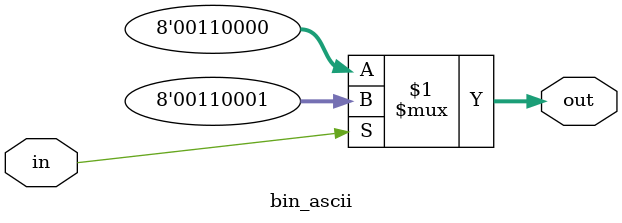
<source format=v>
`timescale 1ns / 1ps

module bin_ascii (
		input in,
		output [7:0] out
	);

	assign out = in ? "1" : "0";
endmodule

</source>
